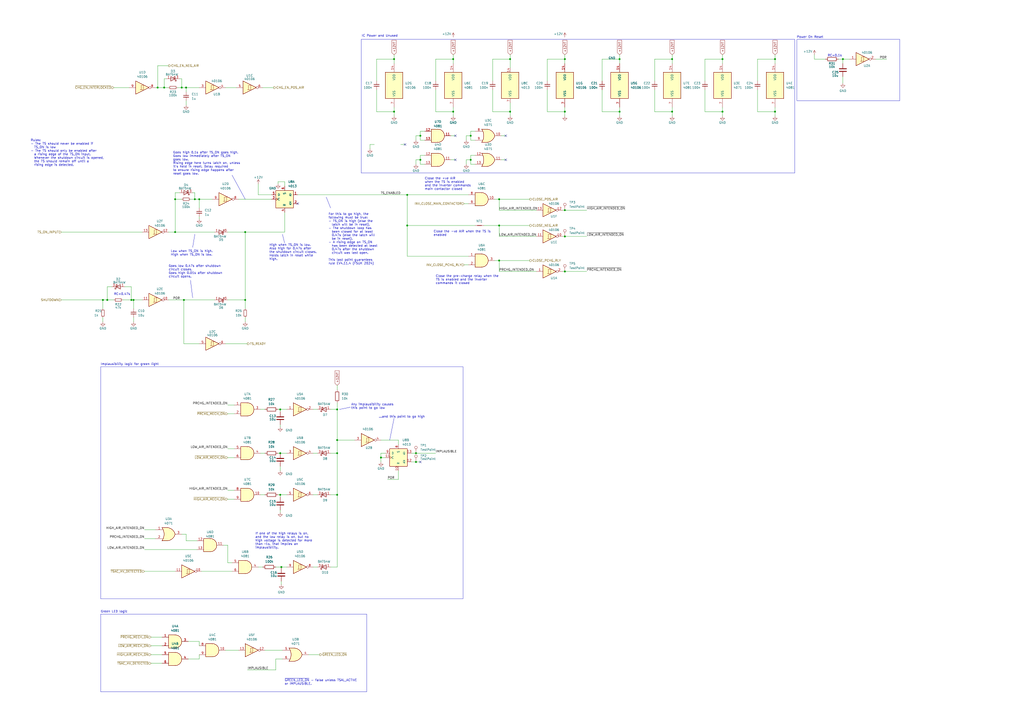
<source format=kicad_sch>
(kicad_sch (version 20231120) (generator "eeschema") (generator_version "8.0")
  (paper "A2")
  (title_block (title "TSAC Relay Controller") (date "2023-04-27") (rev "2.0.0") (company "SUFST - Southampton University Formula Student Team") (comment 1 "STAG 9") (comment 2 "Tim Brewis") (comment 3 "Max O'Brien, Marek Frodyma"))
  (junction (at 105.41 50.8))
  (junction (at 162.56 262.89))
  (junction (at 195.58 237.49))
  (junction (at 115.57 115.57))
  (junction (at 77.47 173.99))
  (junction (at 107.95 50.8))
  (junction (at 236.22 130.81))
  (junction (at 262.89 64.77))
  (junction (at 101.6 134.62))
  (junction (at 243.84 92.71))
  (junction (at 91.44 50.8))
  (junction (at 162.56 287.02))
  (junction (at 106.68 173.99))
  (junction (at 95.25 50.8))
  (junction (at 449.58 64.77))
  (junction (at 62.23 173.99))
  (junction (at 243.84 78.74))
  (junction (at 389.89 34.29))
  (junction (at 488.95 34.29))
  (junction (at 101.6 115.57))
  (junction (at 228.6 34.29))
  (junction (at 327.66 64.77))
  (junction (at 76.2 173.99))
  (junction (at 142.24 134.62))
  (junction (at 289.56 130.81))
  (junction (at 262.89 34.29))
  (junction (at 389.89 64.77))
  (junction (at 113.03 115.57))
  (junction (at 327.66 121.92))
  (junction (at 273.05 92.71))
  (junction (at 241.3 267.97))
  (junction (at 327.66 137.16))
  (junction (at 289.56 115.57))
  (junction (at 195.58 287.02))
  (junction (at 449.58 34.29))
  (junction (at 142.24 173.99))
  (junction (at 195.58 262.89))
  (junction (at 295.91 64.77))
  (junction (at 295.91 34.29))
  (junction (at 419.1 64.77))
  (junction (at 359.41 64.77))
  (junction (at 359.41 34.29))
  (junction (at 228.6 64.77))
  (junction (at 59.69 173.99))
  (junction (at 419.1 34.29))
  (junction (at 241.3 262.89))
  (junction (at 236.22 113.03))
  (junction (at 163.195 328.93))
  (junction (at 273.05 78.74))
  (junction (at 327.66 157.48))
  (junction (at 195.58 255.27))
  (junction (at 289.56 151.13))
  (junction (at 220.98 265.43))
  (junction (at 162.56 237.49))
  (junction (at 327.66 34.29))
  (no_connect (at 264.16 92.71))
  (no_connect (at 264.16 78.74))
  (no_connect (at 172.72 118.11))
  (no_connect (at 243.84 267.97))
  (no_connect (at 293.37 92.71))
  (no_connect (at 293.37 78.74))
  (no_connect (at 234.95 83.82))
  (wire (pts (xy 389.89 31.75) (xy 389.89 34.29)))
  (wire (pts (xy 132.08 289.56) (xy 135.89 289.56)))
  (wire (pts (xy 107.95 309.88) (xy 107.95 313.69)))
  (wire (pts (xy 449.58 34.29) (xy 449.58 36.83)))
  (wire (pts (xy 104.14 45.72) (xy 105.41 45.72)))
  (wire (pts (xy 273.05 78.74) (xy 273.05 81.28)))
  (wire (pts (xy 66.04 50.8) (xy 74.93 50.8)))
  (wire (pts (xy 231.14 278.13) (xy 224.79 278.13)))
  (wire (pts (xy 77.47 184.15) (xy 77.47 186.69)))
  (wire (pts (xy 132.08 234.95) (xy 135.89 234.95)))
  (wire (pts (xy 113.03 111.76) (xy 113.03 115.57)))
  (wire (pts (xy 87.63 374.65) (xy 93.98 374.65)))
  (wire (pts (xy 261.62 92.71) (xy 264.16 92.71)))
  (wire (pts (xy 289.56 157.48) (xy 311.15 157.48)))
  (wire (pts (xy 220.98 262.89) (xy 220.98 265.43)))
  (wire (pts (xy 130.81 199.39) (xy 143.51 199.39)))
  (wire (pts (xy 163.195 337.185) (xy 163.195 339.09)))
  (wire (pts (xy 97.79 134.62) (xy 101.6 134.62)))
  (wire (pts (xy 162.56 287.02) (xy 166.37 287.02)))
  (wire (pts (xy 163.195 328.93) (xy 163.195 329.565)))
  (wire (pts (xy 327.66 64.77) (xy 317.5 64.77)))
  (wire (pts (xy 111.76 111.76) (xy 113.03 111.76)))
  (wire (pts (xy 59.69 184.15) (xy 59.69 186.69)))
  (wire (pts (xy 142.24 173.99) (xy 142.24 179.07)))
  (wire (pts (xy 162.56 287.02) (xy 162.56 288.29)))
  (polyline (pts (xy 209.55 22.86) (xy 461.01 22.86)))
  (wire (pts (xy 181.61 237.49) (xy 184.15 237.49)))
  (wire (pts (xy 91.44 38.1) (xy 97.79 38.1)))
  (wire (pts (xy 289.56 137.16) (xy 311.15 137.16)))
  (wire (pts (xy 109.22 372.11) (xy 115.57 372.11)))
  (wire (pts (xy 232.41 83.82) (xy 234.95 83.82)))
  (wire (pts (xy 104.14 111.76) (xy 101.6 111.76)))
  (wire (pts (xy 508 34.29) (xy 514.35 34.29)))
  (wire (pts (xy 132.08 265.43) (xy 135.89 265.43)))
  (wire (pts (xy 161.29 287.02) (xy 162.56 287.02)))
  (wire (pts (xy 241.3 262.89) (xy 252.73 262.89)))
  (wire (pts (xy 408.94 34.29) (xy 419.1 34.29)))
  (wire (pts (xy 83.82 318.77) (xy 114.3 318.77)))
  (wire (pts (xy 273.05 92.71) (xy 273.05 95.25)))
  (wire (pts (xy 62.23 173.99) (xy 59.69 173.99)))
  (wire (pts (xy 191.77 328.93) (xy 195.58 328.93)))
  (wire (pts (xy 228.6 64.77) (xy 218.44 64.77)))
  (wire (pts (xy 289.56 115.57) (xy 287.02 115.57)))
  (wire (pts (xy 162.56 270.51) (xy 162.56 273.05)))
  (wire (pts (xy 228.6 62.23) (xy 228.6 64.77)))
  (wire (pts (xy 359.41 62.23) (xy 359.41 64.77)))
  (wire (pts (xy 289.56 151.13) (xy 307.34 151.13)))
  (wire (pts (xy 327.66 157.48) (xy 340.36 157.48)))
  (wire (pts (xy 162.56 295.91) (xy 162.56 297.18)))
  (wire (pts (xy 379.73 34.29) (xy 389.89 34.29)))
  (wire (pts (xy 132.08 326.39) (xy 134.62 326.39)))
  (wire (pts (xy 243.84 76.2) (xy 243.84 78.74)))
  (wire (pts (xy 115.57 379.73) (xy 115.57 382.27)))
  (polyline (pts (xy 209.55 22.86) (xy 209.55 100.33)))
  (wire (pts (xy 151.13 287.02) (xy 153.67 287.02)))
  (wire (pts (xy 195.58 287.02) (xy 195.58 328.93)))
  (wire (pts (xy 231.14 273.05) (xy 231.14 278.13)))
  (wire (pts (xy 289.56 130.81) (xy 307.34 130.81)))
  (wire (pts (xy 218.44 64.77) (xy 218.44 52.07)))
  (wire (pts (xy 165.1 123.19) (xy 165.1 134.62)))
  (wire (pts (xy 262.89 64.77) (xy 262.89 67.31)))
  (wire (pts (xy 379.73 46.99) (xy 379.73 34.29)))
  (wire (pts (xy 228.6 64.77) (xy 228.6 67.31)))
  (wire (pts (xy 142.24 134.62) (xy 142.24 173.99)))
  (wire (pts (xy 101.6 111.76) (xy 101.6 115.57)))
  (wire (pts (xy 252.73 46.99) (xy 252.73 34.29)))
  (wire (pts (xy 326.39 157.48) (xy 327.66 157.48)))
  (polyline (pts (xy 461.01 100.33) (xy 461.01 22.86)))
  (wire (pts (xy 214.63 86.36) (xy 214.63 83.82)))
  (wire (pts (xy 389.89 62.23) (xy 389.89 64.77)))
  (wire (pts (xy 83.82 312.42) (xy 90.17 312.42)))
  (wire (pts (xy 280.67 130.81) (xy 289.56 130.81)))
  (wire (pts (xy 160.02 328.93) (xy 163.195 328.93)))
  (wire (pts (xy 488.95 34.29) (xy 492.76 34.29)))
  (wire (pts (xy 160.02 382.27) (xy 160.02 388.62)))
  (wire (pts (xy 97.79 50.8) (xy 95.25 50.8)))
  (wire (pts (xy 113.03 115.57) (xy 110.49 115.57)))
  (wire (pts (xy 290.83 78.74) (xy 293.37 78.74)))
  (wire (pts (xy 349.25 64.77) (xy 349.25 52.07)))
  (wire (pts (xy 359.41 31.75) (xy 359.41 34.29)))
  (wire (pts (xy 115.57 199.39) (xy 106.68 199.39)))
  (polyline (pts (xy 134.62 101.6) (xy 142.24 115.57)))
  (wire (pts (xy 317.5 64.77) (xy 317.5 52.07)))
  (wire (pts (xy 123.19 115.57) (xy 115.57 115.57)))
  (wire (pts (xy 327.66 62.23) (xy 327.66 64.77)))
  (wire (pts (xy 106.68 199.39) (xy 106.68 173.99)))
  (wire (pts (xy 115.57 115.57) (xy 115.57 120.65)))
  (wire (pts (xy 327.66 31.75) (xy 327.66 34.29)))
  (wire (pts (xy 109.22 382.27) (xy 115.57 382.27)))
  (wire (pts (xy 129.54 316.23) (xy 132.08 316.23)))
  (wire (pts (xy 157.48 113.03) (xy 149.86 113.03)))
  (wire (pts (xy 488.95 34.29) (xy 488.95 36.83)))
  (wire (pts (xy 165.1 107.95) (xy 165.1 105.41)))
  (wire (pts (xy 289.56 115.57) (xy 307.34 115.57)))
  (wire (pts (xy 243.84 95.25) (xy 246.38 95.25)))
  (wire (pts (xy 472.44 34.29) (xy 478.79 34.29)))
  (wire (pts (xy 349.25 34.29) (xy 359.41 34.29)))
  (wire (pts (xy 151.13 262.89) (xy 153.67 262.89)))
  (wire (pts (xy 273.05 81.28) (xy 275.59 81.28)))
  (wire (pts (xy 241.3 81.28) (xy 241.3 78.74)))
  (wire (pts (xy 243.84 81.28) (xy 246.38 81.28)))
  (wire (pts (xy 449.58 64.77) (xy 449.58 67.31)))
  (wire (pts (xy 138.43 115.57) (xy 157.48 115.57)))
  (wire (pts (xy 262.89 31.75) (xy 262.89 34.29)))
  (wire (pts (xy 195.58 223.52) (xy 195.58 226.06)))
  (wire (pts (xy 87.63 379.73) (xy 93.98 379.73)))
  (wire (pts (xy 76.2 173.99) (xy 77.47 173.99)))
  (wire (pts (xy 243.84 90.17) (xy 246.38 90.17)))
  (wire (pts (xy 91.44 50.8) (xy 91.44 38.1)))
  (wire (pts (xy 273.05 76.2) (xy 273.05 78.74)))
  (wire (pts (xy 181.61 287.02) (xy 184.15 287.02)))
  (wire (pts (xy 439.42 64.77) (xy 439.42 52.07)))
  (wire (pts (xy 161.29 262.89) (xy 162.56 262.89)))
  (wire (pts (xy 181.61 328.93) (xy 184.15 328.93)))
  (wire (pts (xy 295.91 64.77) (xy 295.91 67.31)))
  (wire (pts (xy 262.89 62.23) (xy 262.89 64.77)))
  (wire (pts (xy 153.67 377.19) (xy 163.83 377.19)))
  (wire (pts (xy 179.07 379.73) (xy 185.42 379.73)))
  (wire (pts (xy 269.24 153.67) (xy 271.78 153.67)))
  (wire (pts (xy 162.56 246.38) (xy 162.56 247.65)))
  (wire (pts (xy 379.73 64.77) (xy 379.73 52.07)))
  (wire (pts (xy 83.82 331.47) (xy 101.6 331.47)))
  (wire (pts (xy 142.24 184.15) (xy 142.24 186.69)))
  (wire (pts (xy 289.56 121.92) (xy 311.15 121.92)))
  (wire (pts (xy 105.41 115.57) (xy 101.6 115.57)))
  (wire (pts (xy 35.56 134.62) (xy 82.55 134.62)))
  (wire (pts (xy 262.89 34.29) (xy 262.89 36.83)))
  (wire (pts (xy 87.63 384.81) (xy 93.98 384.81)))
  (wire (pts (xy 349.25 46.99) (xy 349.25 34.29)))
  (wire (pts (xy 236.22 113.03) (xy 236.22 130.81)))
  (wire (pts (xy 165.1 134.62) (xy 142.24 134.62)))
  (wire (pts (xy 327.66 64.77) (xy 327.66 67.31)))
  (wire (pts (xy 161.29 105.41) (xy 161.29 106.68)))
  (wire (pts (xy 327.66 121.92) (xy 340.36 121.92)))
  (wire (pts (xy 290.83 92.71) (xy 293.37 92.71)))
  (wire (pts (xy 295.91 34.29) (xy 295.91 39.37)))
  (wire (pts (xy 132.08 284.48) (xy 135.89 284.48)))
  (wire (pts (xy 287.02 151.13) (xy 289.56 151.13)))
  (wire (pts (xy 285.75 34.29) (xy 295.91 34.29)))
  (wire (pts (xy 132.08 316.23) (xy 132.08 326.39)))
  (polyline (pts (xy 165.1 140.97) (xy 163.83 135.89)))
  (wire (pts (xy 35.56 173.99) (xy 59.69 173.99)))
  (polyline (pts (xy 111.76 143.51) (xy 113.03 135.89)))
  (wire (pts (xy 116.84 331.47) (xy 134.62 331.47)))
  (wire (pts (xy 115.57 50.8) (xy 107.95 50.8)))
  (wire (pts (xy 181.61 262.89) (xy 184.15 262.89)))
  (wire (pts (xy 162.56 262.89) (xy 166.37 262.89)))
  (wire (pts (xy 228.6 31.75) (xy 228.6 34.29)))
  (polyline (pts (xy 191.77 120.65) (xy 189.23 114.3)))
  (wire (pts (xy 105.41 50.8) (xy 102.87 50.8)))
  (wire (pts (xy 191.77 287.02) (xy 195.58 287.02)))
  (wire (pts (xy 72.39 166.37) (xy 76.2 166.37)))
  (wire (pts (xy 106.68 173.99) (xy 124.46 173.99)))
  (wire (pts (xy 228.6 34.29) (xy 228.6 36.83)))
  (wire (pts (xy 243.84 76.2) (xy 246.38 76.2)))
  (wire (pts (xy 105.41 309.88) (xy 107.95 309.88)))
  (wire (pts (xy 137.16 50.8) (xy 130.81 50.8)))
  (wire (pts (xy 62.23 166.37) (xy 64.77 166.37)))
  (wire (pts (xy 132.08 173.99) (xy 142.24 173.99)))
  (wire (pts (xy 243.84 90.17) (xy 243.84 92.71)))
  (wire (pts (xy 389.89 34.29) (xy 389.89 36.83)))
  (wire (pts (xy 236.22 113.03) (xy 271.78 113.03)))
  (wire (pts (xy 77.47 173.99) (xy 82.55 173.99)))
  (wire (pts (xy 96.52 45.72) (xy 95.25 45.72)))
  (wire (pts (xy 107.95 50.8) (xy 105.41 50.8)))
  (wire (pts (xy 62.23 166.37) (xy 62.23 173.99)))
  (wire (pts (xy 77.47 173.99) (xy 77.47 179.07)))
  (wire (pts (xy 220.98 262.89) (xy 223.52 262.89)))
  (wire (pts (xy 488.95 44.45) (xy 488.95 48.26)))
  (wire (pts (xy 408.94 46.99) (xy 408.94 34.29)))
  (wire (pts (xy 218.44 34.29) (xy 228.6 34.29)))
  (wire (pts (xy 243.84 78.74) (xy 243.84 81.28)))
  (wire (pts (xy 295.91 64.77) (xy 285.75 64.77)))
  (wire (pts (xy 252.73 34.29) (xy 262.89 34.29)))
  (wire (pts (xy 419.1 62.23) (xy 419.1 64.77)))
  (wire (pts (xy 236.22 148.59) (xy 271.78 148.59)))
  (polyline (pts (xy 226.06 255.27) (xy 228.6 242.57)))
  (wire (pts (xy 359.41 64.77) (xy 349.25 64.77)))
  (wire (pts (xy 107.95 50.8) (xy 107.95 53.34)))
  (wire (pts (xy 270.51 78.74) (xy 273.05 78.74)))
  (wire (pts (xy 238.76 267.97) (xy 241.3 267.97)))
  (wire (pts (xy 270.51 92.71) (xy 273.05 92.71)))
  (wire (pts (xy 91.44 50.8) (xy 95.25 50.8)))
  (wire (pts (xy 359.41 34.29) (xy 359.41 36.83)))
  (wire (pts (xy 132.08 134.62) (xy 142.24 134.62)))
  (wire (pts (xy 285.75 64.77) (xy 285.75 52.07)))
  (wire (pts (xy 151.13 237.49) (xy 153.67 237.49)))
  (wire (pts (xy 195.58 255.27) (xy 195.58 262.89)))
  (wire (pts (xy 191.77 262.89) (xy 195.58 262.89)))
  (wire (pts (xy 62.23 173.99) (xy 66.04 173.99)))
  (wire (pts (xy 472.44 31.75) (xy 472.44 34.29)))
  (wire (pts (xy 285.75 46.99) (xy 285.75 34.29)))
  (wire (pts (xy 220.98 265.43) (xy 223.52 265.43)))
  (wire (pts (xy 289.56 137.16) (xy 289.56 130.81)))
  (wire (pts (xy 163.83 382.27) (xy 160.02 382.27)))
  (wire (pts (xy 419.1 31.75) (xy 419.1 34.29)))
  (wire (pts (xy 389.89 64.77) (xy 389.89 67.31)))
  (wire (pts (xy 317.5 34.29) (xy 327.66 34.29)))
  (wire (pts (xy 97.79 173.99) (xy 106.68 173.99)))
  (wire (pts (xy 195.58 262.89) (xy 195.58 287.02)))
  (wire (pts (xy 389.89 64.77) (xy 379.73 64.77)))
  (wire (pts (xy 163.195 328.93) (xy 166.37 328.93)))
  (wire (pts (xy 218.44 46.99) (xy 218.44 34.29)))
  (wire (pts (xy 236.22 130.81) (xy 236.22 148.59)))
  (wire (pts (xy 238.76 262.89) (xy 241.3 262.89)))
  (wire (pts (xy 59.69 173.99) (xy 59.69 179.07)))
  (wire (pts (xy 195.58 237.49) (xy 195.58 255.27)))
  (wire (pts (xy 162.56 237.49) (xy 166.37 237.49)))
  (wire (pts (xy 449.58 31.75) (xy 449.58 34.29)))
  (wire (pts (xy 83.82 307.34) (xy 90.17 307.34)))
  (wire (pts (xy 95.25 45.72) (xy 95.25 50.8)))
  (wire (pts (xy 243.84 92.71) (xy 243.84 95.25)))
  (wire (pts (xy 101.6 115.57) (xy 101.6 134.62)))
  (wire (pts (xy 439.42 46.99) (xy 439.42 34.29)))
  (polyline (pts (xy 111.76 172.72) (xy 110.49 162.56)))
  (wire (pts (xy 172.72 113.03) (xy 236.22 113.03)))
  (wire (pts (xy 419.1 64.77) (xy 419.1 67.31)))
  (wire (pts (xy 220.98 265.43) (xy 220.98 267.97)))
  (wire (pts (xy 449.58 62.23) (xy 449.58 64.77)))
  (wire (pts (xy 449.58 64.77) (xy 439.42 64.77)))
  (wire (pts (xy 262.89 64.77) (xy 252.73 64.77)))
  (wire (pts (xy 273.05 95.25) (xy 275.59 95.25)))
  (wire (pts (xy 214.63 83.82) (xy 217.17 83.82)))
  (wire (pts (xy 252.73 64.77) (xy 252.73 52.07)))
  (wire (pts (xy 115.57 125.73) (xy 115.57 127)))
  (wire (pts (xy 289.56 115.57) (xy 289.56 121.92)))
  (wire (pts (xy 295.91 59.69) (xy 295.91 64.77)))
  (wire (pts (xy 317.5 46.99) (xy 317.5 34.29)))
  (wire (pts (xy 408.94 64.77) (xy 408.94 52.07)))
  (wire (pts (xy 132.08 240.03) (xy 135.89 240.03)))
  (wire (pts (xy 243.84 267.97) (xy 241.3 267.97)))
  (wire (pts (xy 101.6 134.62) (xy 124.46 134.62)))
  (wire (pts (xy 359.41 64.77) (xy 359.41 67.31)))
  (wire (pts (xy 327.66 137.16) (xy 340.36 137.16)))
  (wire (pts (xy 71.12 173.99) (xy 76.2 173.99)))
  (wire (pts (xy 486.41 34.29) (xy 488.95 34.29)))
  (wire (pts (xy 87.63 369.57) (xy 93.98 369.57)))
  (wire (pts (xy 295.91 31.75) (xy 295.91 34.29)))
  (polyline (pts (xy 209.55 100.33) (xy 461.01 100.33)))
  (wire (pts (xy 132.08 260.35) (xy 135.89 260.35)))
  (wire (pts (xy 241.3 92.71) (xy 243.84 92.71)))
  (wire (pts (xy 90.17 50.8) (xy 91.44 50.8)))
  (wire (pts (xy 220.98 255.27) (xy 231.14 255.27)))
  (wire (pts (xy 327.66 34.29) (xy 327.66 36.83)))
  (wire (pts (xy 439.42 34.29) (xy 449.58 34.29)))
  (wire (pts (xy 261.62 78.74) (xy 264.16 78.74)))
  (wire (pts (xy 161.29 237.49) (xy 162.56 237.49)))
  (polyline (pts (xy 196.85 237.49) (xy 203.2 236.22)))
  (wire (pts (xy 236.22 130.81) (xy 275.59 130.81)))
  (wire (pts (xy 419.1 64.77) (xy 408.94 64.77)))
  (wire (pts (xy 273.05 90.17) (xy 275.59 90.17)))
  (wire (pts (xy 149.86 328.93) (xy 152.4 328.93)))
  (wire (pts (xy 241.3 78.74) (xy 243.84 78.74)))
  (wire (pts (xy 289.56 151.13) (xy 289.56 157.48)))
  (wire (pts (xy 149.86 106.68) (xy 149.86 113.03)))
  (wire (pts (xy 162.56 237.49) (xy 162.56 238.76)))
  (wire (pts (xy 241.3 95.25) (xy 241.3 92.71)))
  (wire (pts (xy 327.66 137.16) (xy 326.39 137.16)))
  (wire (pts (xy 195.58 233.68) (xy 195.58 237.49)))
  (wire (pts (xy 270.51 95.25) (xy 270.51 92.71)))
  (wire (pts (xy 231.14 255.27) (xy 231.14 257.81)))
  (wire (pts (xy 326.39 121.92) (xy 327.66 121.92)))
  (wire (pts (xy 270.51 81.28) (xy 270.51 78.74)))
  (wire (pts (xy 76.2 166.37) (xy 76.2 173.99)))
  (wire (pts (xy 143.51 388.62) (xy 160.02 388.62)))
  (wire (pts (xy 273.05 90.17) (xy 273.05 92.71)))
  (wire (pts (xy 152.4 50.8) (xy 158.75 50.8)))
  (wire (pts (xy 273.05 76.2) (xy 275.59 76.2)))
  (wire (pts (xy 269.24 118.11) (xy 271.78 118.11)))
  (wire (pts (xy 105.41 45.72) (xy 105.41 50.8)))
  (wire (pts (xy 191.77 237.49) (xy 195.58 237.49)))
  (wire (pts (xy 107.95 313.69) (xy 114.3 313.69)))
  (wire (pts (xy 419.1 34.29) (xy 419.1 36.83)))
  (wire (pts (xy 115.57 372.11) (xy 115.57 374.65)))
  (wire (pts (xy 130.81 377.19) (xy 138.43 377.19)))
  (wire (pts (xy 107.95 58.42) (xy 107.95 60.96)))
  (wire (pts (xy 165.1 105.41) (xy 161.29 105.41)))
  (wire (pts (xy 195.58 255.27) (xy 205.74 255.27)))
  (wire (pts (xy 115.57 115.57) (xy 113.03 115.57)))
  (rectangle (start 462.28 22.86) (end 521.97 58.42))
  (rectangle (start 58.42 356.235) (end 212.725 401.32))
  (rectangle (start 58.42 212.725) (end 268.605 347.345))
  (text "~{GREEN_LED_ON} - false unless TSAL_ACTIVE\nor IMPLAUSIBLE." (at 165.1 397.51 0) (effects (font (size 1.27 1.27)) (justify left bottom)))
  (text "Any implausibility causes\nthis point to go low" (at 203.708 237.49 0) (effects (font (size 1.27 1.27)) (justify left bottom)))
  (text "RC=0.47s" (at 66.04 171.45 0) (effects (font (size 1.27 1.27)) (justify left bottom)))
  (text "Close the +ve AIR\nwhen the TS is enabled\nand the inverter commands\nmain contactor closed\n" (at 246.38 110.49 0) (effects (font (size 1.27 1.27)) (justify left bottom)))
  (text "High when TS_ON is low.\nAlso high for 0.47s after\nthe shutdown circuit closes.\nHolds latch in reset while\nhigh." (at 156.21 151.13 0) (effects (font (size 1.27 1.27)) (justify left bottom)))
  (text "If one of the high relays is on,\nand the low relay is on, but no\nhigh voltage is detected for more\nthan ~1s, that implies an \nimplausibility." (at 148.082 318.516 0) (effects (font (size 1.27 1.27)) (justify left bottom)))
  (text "Goes high 0.1s after TS_ON goes high.\nGoes low immediately after TS_ON\ngoes low.\nRising edge here turns latch on, unless\nit's held in reset. Delay required\nto ensure rising edge happens after\nreset goes low." (at 100.33 101.6 0) (effects (font (size 1.27 1.27)) (justify left bottom)))
  (text "Green LED logic" (at 58.42 355.6 0) (effects (font (size 1.27 1.27)) (justify left bottom)))
  (text "IC Power and Unused" (at 209.804 21.59 0) (effects (font (size 1.27 1.27)) (justify left bottom)))
  (text "Low when TS_ON is high.\nHigh when TS_ON is low." (at 99.06 148.59 0) (effects (font (size 1.27 1.27)) (justify left bottom)))
  (text "RC=0.1s" (at 480.06 33.02 0) (effects (font (size 1.27 1.27)) (justify left bottom)))
  (text "Close the -ve AIR when the TS is\nenabled" (at 251.46 137.16 0) (effects (font (size 1.27 1.27)) (justify left bottom)))
  (text "For this to go high, the\nfollowing must be true:\n- TS_ON is high (else the\n  latch will be in reset).\n- The shutdown loop has\n  been closed for at least\n  0.47s (else the latch will\n  be in reset).\n- A rising edge on TS_ON\n  has been detected at least\n  0.47s after the shutdown\n  circuit was last open.\n\nThis last point guarantees\nrule EV4.11.4 (FSUK 2024)\n" (at 190.5 153.67 0) (effects (font (size 1.27 1.27)) (justify left bottom)))
  (text "Power On Reset\n" (at 469.9 21.59 0) (effects (font (size 1.27 1.27))))
  (text "...and this point to go high" (at 219.71 242.57 0) (effects (font (size 1.27 1.27)) (justify left bottom)))
  (text "Rules:\n- The TS should never be enabled if\n  TS_ON is low\n- The TS should only be enabled after\n  a rising edge of the TS_ON input.\n  Whenever the shutdown circuit is opened,\n  the TS should remain off until a\n  rising edge is detected." (at 17.78 96.52 0) (effects (font (size 1.27 1.27)) (justify left bottom)))
  (text "Close the pre-charge relay when the \nTS is enabled and the inverter \ncommands it closed" (at 252.73 165.1 0) (effects (font (size 1.27 1.27)) (justify left bottom)))
  (text "Goes low 0.47s after shutdown\ncircuit closes.\nGoes high 0.01s after shutdown\ncircuit opens." (at 97.79 161.29 0) (effects (font (size 1.27 1.27)) (justify left bottom)))
  (text "Implausibility logic for green light" (at 58.42 212.09 0) (effects (font (size 1.27 1.27)) (justify left bottom)))
  (label "LOW_AIR_INTENDED_ON" (at 132.08 260.35 180))
  (label "PRCHG_INTENDED_ON" (at 289.56 157.48 0))
  (label "HIGH_AIR_INTENDED_ON" (at 289.56 121.92 0))
  (label "IMPLAUSIBLE" (at 252.73 262.89 0))
  (label "~{LOW_AIR_INTENDED_ON}" (at 340.36 137.16 0))
  (label "HIGH_AIR_INTENDED_ON" (at 132.08 284.48 180))
  (label "LOW_AIR_INTENDED_ON" (at 289.56 137.16 0))
  (label "POR" (at 514.35 34.29 180))
  (label "POR" (at 224.79 278.13 0))
  (label "PRCHG_INTENDED_ON" (at 132.08 234.95 180))
  (label "POR" (at 100.33 173.99 0))
  (label "LOW_AIR_INTENDED_ON" (at 83.82 318.77 180))
  (label "PRCHG_INTENDED_ON" (at 83.82 312.42 180))
  (label "~{PRCHG_INTENDED_ON}" (at 340.36 157.48 0))
  (label "HIGH_AIR_INTENDED_ON" (at 83.82 307.34 180))
  (label "TS_ENABLED" (at 232.41 113.03 180))
  (label "IMPLAUSIBLE" (at 143.51 388.62 0))
  (label "~{HIGH_AIR_INTENDED_ON}" (at 340.36 121.92 0))
  (global_label "+12VT" (shape input) (at 327.66 31.75 90) (property "Intersheetrefs" "${INTERSHEET_REFS}" (effects (hide yes))))
  (global_label "+12VT" (shape input) (at 295.91 31.75 90) (property "Intersheetrefs" "${INTERSHEET_REFS}" (effects (hide yes))))
  (global_label "+12VT" (shape input) (at 449.58 31.75 90) (property "Intersheetrefs" "${INTERSHEET_REFS}" (effects (hide yes))))
  (global_label "+12VT" (shape input) (at 262.89 31.75 90) (property "Intersheetrefs" "${INTERSHEET_REFS}" (effects (hide yes))))
  (global_label "+12VT" (shape input) (at 359.41 31.75 90) (property "Intersheetrefs" "${INTERSHEET_REFS}" (effects (hide yes))))
  (global_label "+12VT" (shape input) (at 228.6 31.75 90) (property "Intersheetrefs" "${INTERSHEET_REFS}" (effects (hide yes))))
  (global_label "+12VT" (shape input) (at 389.89 31.75 90) (property "Intersheetrefs" "${INTERSHEET_REFS}" (effects (hide yes))))
  (global_label "+12VT" (shape input) (at 419.1 31.75 90) (property "Intersheetrefs" "${INTERSHEET_REFS}" (effects (hide yes))))
  (global_label "+12VT" (shape input) (at 195.58 223.52 90) (property "Intersheetrefs" "${INTERSHEET_REFS}" (effects (hide yes))))
  (hierarchical_label "CLOSE_POS_AIR" (shape output) (at 307.34 115.57 0))
  (hierarchical_label "INV_CLOSE_MAIN_CONTACTOR" (shape input) (at 269.24 118.11 180))
  (hierarchical_label "CHG_EN_NEG_AIR" (shape output) (at 97.79 38.1 0))
  (hierarchical_label "~{PRCHG_MECH_ON}" (shape input) (at 87.63 369.57 180))
  (hierarchical_label "~{LOW_AIR_MECH_ON}" (shape input) (at 132.08 265.43 180))
  (hierarchical_label "CLOSE_NEG_AIR" (shape output) (at 307.34 130.81 0))
  (hierarchical_label "~{HIGH_AIR_MECH_ON}" (shape input) (at 132.08 289.56 180))
  (hierarchical_label "~{HIGH_AIR_MECH_ON}" (shape input) (at 87.63 379.73 180))
  (hierarchical_label "~{TSAC_HV_DETECTED}" (shape input) (at 87.63 384.81 180))
  (hierarchical_label "~{LOW_AIR_MECH_ON}" (shape input) (at 87.63 374.65 180))
  (hierarchical_label "~{GREEN_LED_ON}" (shape output) (at 185.42 379.73 0))
  (hierarchical_label "TS_ON_INPUT" (shape input) (at 35.56 134.62 180))
  (hierarchical_label "INV_CLOSE_PCHG_RLY" (shape input) (at 269.24 153.67 180))
  (hierarchical_label "~{PRCHG_MECH_ON}" (shape input) (at 132.08 240.03 180))
  (hierarchical_label "TS_READY" (shape output) (at 143.51 199.39 0))
  (hierarchical_label "~{TSAC_HV_DETECTED}" (shape input) (at 83.82 331.47 180))
  (hierarchical_label "CLOSE_PCHG_RLY" (shape output) (at 307.34 151.13 0))
  (hierarchical_label "~{CHG_EN_INTERLOCKED}" (shape input) (at 66.04 50.8 180))
  (hierarchical_label "CHG_EN_POS_AIR" (shape output) (at 158.75 50.8 0))
  (hierarchical_label "SHUTDOWN" (shape input) (at 35.56 173.99 180))
  (symbol (lib_id "power:GND") (at 270.51 81.28 0) (unit 1)
    (property "Reference" "#PWR038" (effects (hide yes)))
    (property "Value" "GND" (at 270.51 85.09 0))
  )
  (symbol (lib_id "4xxx:4081") (at 101.6 372.11 0) (unit 1)
    (property "Reference" "U4" (at 101.5917 363.22 0))
    (property "Value" "4081" (at 101.5917 365.76 0))
    (property "Footprint" "Package_SO:SOIC-14_3.9x8.7mm_P1.27mm" (effects (hide yes)))
    (property "Datasheet" "http://www.intersil.com/content/dam/Intersil/documents/cd40/cd4073bms-81bms-82bms.pdf" (effects (hide yes)))
    (property "Description" "Quad And 2 inputs" (effects (hide yes)))
  )
  (symbol (lib_id "Device:C_Small") (at 252.73 49.53 0) (mirror x) (unit 1)
    (property "Reference" "C18" (at 250.19 48.2535 0) (effects (justify right)))
    (property "Value" "100n" (at 250.19 50.7935 0) (effects (justify right)))
    (property "Footprint" "Capacitor_SMD:C_0805_2012Metric_Pad1.18x1.45mm_HandSolder" (effects (hide yes)))
  )
  (symbol (lib_id "4xxx:40106") (at 359.41 49.53 0) (unit 7)
    (property "Reference" "U5" (at 365.76 48.2599 0) (effects (justify left)))
    (property "Value" "40106" (at 365.76 50.7999 0) (effects (justify left)))
    (property "Footprint" "Package_SO:SOIC-14_3.9x8.7mm_P1.27mm" (effects (hide yes)))
    (property "Datasheet" "https://assets.nexperia.com/documents/data-sheet/HEF40106B.pdf" (effects (hide yes)))
    (property "Description" "Hex Schmitt trigger inverter" (effects (hide yes)))
  )
  (symbol (lib_id "power:+12V") (at 472.44 31.75 0) (unit 1)
    (property "Reference" "#PWR046" (effects (hide yes)))
    (property "Value" "+12V" (at 468.63 29.845 0))
  )
  (symbol (lib_id "4xxx:4081") (at 101.6 382.27 0) (unit 2)
    (property "Reference" "U4" (at 101.5917 373.38 0))
    (property "Value" "4081" (at 101.5917 375.92 0))
    (property "Footprint" "Package_SO:SOIC-14_3.9x8.7mm_P1.27mm" (effects (hide yes)))
    (property "Datasheet" "http://www.intersil.com/content/dam/Intersil/documents/cd40/cd4073bms-81bms-82bms.pdf" (effects (hide yes)))
    (property "Description" "Quad And 2 inputs" (effects (hide yes)))
  )
  (symbol (lib_id "Device:C_Small") (at 107.95 55.88 0) (unit 1)
    (property "Reference" "C11" (at 111.125 54.6163 0) (effects (justify left)))
    (property "Value" "1u" (at 111.125 57.1563 0) (effects (justify left)))
    (property "Footprint" "Capacitor_SMD:C_0805_2012Metric_Pad1.18x1.45mm_HandSolder" (effects (hide yes)))
  )
  (symbol (lib_id "4xxx:40106") (at 90.17 134.62 0) (unit 6)
    (property "Reference" "U2" (at 92.71 128.27 0))
    (property "Value" "40106" (at 92.71 130.81 0))
    (property "Footprint" "Package_SO:SOIC-14_3.9x8.7mm_P1.27mm" (effects (hide yes)))
    (property "Datasheet" "https://assets.nexperia.com/documents/data-sheet/HEF40106B.pdf" (effects (hide yes)))
    (property "Order Code" "771-HEF40106BTD-T" (effects (hide yes)))
    (property "Supplier" "Mouser" (effects (hide yes)))
  )
  (symbol (lib_id "4xxx:4071") (at 171.45 379.73 0) (unit 2)
    (property "Reference" "U3" (at 171.45 370.84 0))
    (property "Value" "4071" (at 171.45 373.38 0))
    (property "Footprint" "Package_SO:SOIC-14_3.9x8.7mm_P1.27mm" (effects (hide yes)))
    (property "Datasheet" "http://www.intersil.com/content/dam/Intersil/documents/cd40/cd4071bms-72bms-75bms.pdf" (effects (hide yes)))
    (property "Description" "Quad Or 2 inputs" (effects (hide yes)))
  )
  (symbol (lib_id "4xxx:40106") (at 109.22 331.47 0) (unit 5)
    (property "Reference" "U5" (at 109.22 322.58 0))
    (property "Value" "40106" (at 109.22 325.12 0))
    (property "Footprint" "Package_SO:SOIC-14_3.9x8.7mm_P1.27mm" (effects (hide yes)))
    (property "Datasheet" "https://assets.nexperia.com/documents/data-sheet/HEF40106B.pdf" (effects (hide yes)))
    (property "Description" "Hex Schmitt trigger inverter" (effects (hide yes)))
  )
  (symbol (lib_id "Diode:BAT54W") (at 187.96 287.02 0) (mirror x) (unit 1)
    (property "Reference" "D9" (at 188.595 290.195 0))
    (property "Value" "BAT54W" (at 187.96 283.845 0))
    (property "Footprint" "Package_TO_SOT_SMD:SOT-323_SC-70" (effects (hide yes)))
    (property "Datasheet" "https://assets.nexperia.com/documents/data-sheet/BAT54W_SER.pdf" (effects (hide yes)))
    (property "Order Code" "771-BAT54W-T/R" (effects (hide yes)))
  )
  (symbol (lib_id "Device:R_Small") (at 142.24 181.61 0) (unit 1)
    (property "Reference" "R25" (at 138.43 180.34 0))
    (property "Value" "10k" (at 138.43 182.88 0))
    (property "Footprint" "Resistor_SMD:R_0805_2012Metric_Pad1.20x1.40mm_HandSolder" (effects (hide yes)))
  )
  (symbol (lib_id "power:GND") (at 162.56 273.05 0) (unit 1)
    (property "Reference" "#PWR029" (effects (hide yes)))
    (property "Value" "GND" (at 167.64 274.955 0))
  )
  (symbol (lib_id "4xxx:40106") (at 90.17 173.99 0) (unit 5)
    (property "Reference" "U2" (at 92.71 167.64 0))
    (property "Value" "40106" (at 92.71 170.18 0))
    (property "Footprint" "Package_SO:SOIC-14_3.9x8.7mm_P1.27mm" (effects (hide yes)))
    (property "Datasheet" "https://assets.nexperia.com/documents/data-sheet/HEF40106B.pdf" (effects (hide yes)))
    (property "Order Code" "771-HEF40106BTD-T" (effects (hide yes)))
    (property "Supplier" "Mouser" (effects (hide yes)))
  )
  (symbol (lib_id "Device:C") (at 162.56 292.1 0) (unit 1)
    (property "Reference" "C15" (at 156.21 290.83 0) (effects (justify left)))
    (property "Value" "10u" (at 156.21 292.735 0) (effects (justify left)))
    (property "Footprint" "Capacitor_SMD:C_0805_2012Metric_Pad1.18x1.45mm_HandSolder" (effects (hide yes)))
  )
  (symbol (lib_id "4xxx:4081") (at 254 92.71 0) (unit 4)
    (property "Reference" "U4" (at 253.9917 83.82 0))
    (property "Value" "4081" (at 253.9917 86.36 0))
    (property "Footprint" "Package_SO:SOIC-14_3.9x8.7mm_P1.27mm" (effects (hide yes)))
    (property "Datasheet" "http://www.intersil.com/content/dam/Intersil/documents/cd40/cd4073bms-81bms-82bms.pdf" (effects (hide yes)))
    (property "Description" "Quad And 2 inputs" (effects (hide yes)))
  )
  (symbol (lib_id "4xxx:4081") (at 449.58 49.53 0) (unit 5)
    (property "Reference" "U4" (at 455.93 48.2599 0) (effects (justify left)))
    (property "Value" "4081" (at 455.93 50.7999 0) (effects (justify left)))
    (property "Footprint" "Package_SO:SOIC-14_3.9x8.7mm_P1.27mm" (effects (hide yes)))
    (property "Datasheet" "http://www.intersil.com/content/dam/Intersil/documents/cd40/cd4073bms-81bms-82bms.pdf" (effects (hide yes)))
    (property "Description" "Quad And 2 inputs" (effects (hide yes)))
  )
  (symbol (lib_id "4xxx:40106") (at 130.81 115.57 0) (unit 4)
    (property "Reference" "U2" (at 130.81 106.68 0))
    (property "Value" "40106" (at 130.81 109.22 0))
    (property "Footprint" "Package_SO:SOIC-14_3.9x8.7mm_P1.27mm" (effects (hide yes)))
    (property "Datasheet" "https://assets.nexperia.com/documents/data-sheet/HEF40106B.pdf" (effects (hide yes)))
    (property "Order Code" "771-HEF40106BTD-T" (effects (hide yes)))
    (property "Supplier" "Mouser" (effects (hide yes)))
  )
  (symbol (lib_id "4xxx:40106") (at 228.6 49.53 0) (unit 7)
    (property "Reference" "U2" (at 234.95 48.2599 0) (effects (justify left)))
    (property "Value" "40106" (at 234.95 50.7999 0) (effects (justify left)))
    (property "Footprint" "Package_SO:SOIC-14_3.9x8.7mm_P1.27mm" (effects (hide yes)))
    (property "Datasheet" "https://assets.nexperia.com/documents/data-sheet/HEF40106B.pdf" (effects (hide yes)))
    (property "Order Code" "771-HEF40106BTD-T" (effects (hide yes)))
    (property "Supplier" "Mouser" (effects (hide yes)))
  )
  (symbol (lib_id "4xxx:4013") (at 295.91 49.53 0) (unit 3)
    (property "Reference" "U8" (at 302.26 48.2599 0) (effects (justify left)))
    (property "Value" "4013" (at 302.26 50.7999 0) (effects (justify left)))
    (property "Footprint" "Package_SO:SOIC-14_3.9x8.7mm_P1.27mm" (effects (hide yes)))
    (property "Datasheet" "http://www.onsemi.com/pub/Collateral/MC14013B-D.PDF" (effects (hide yes)))
    (property "Order Code" "863-MC14013BDR2G" (effects (hide yes)))
    (property "Supplier" "Mouser" (effects (hide yes)))
  )
  (symbol (lib_id "Device:R") (at 195.58 229.87 180) (unit 1)
    (property "Reference" "R30" (at 198.12 228.5999 0) (effects (justify right)))
    (property "Value" "10k" (at 198.12 231.1399 0) (effects (justify right)))
    (property "Footprint" "Resistor_SMD:R_0805_2012Metric_Pad1.20x1.40mm_HandSolder" (effects (hide yes)))
  )
  (symbol (lib_id "Connector:TestPoint") (at 327.66 121.92 0) (unit 1)
    (property "Reference" "TP3" (at 330.2 117.3479 0) (effects (justify left)))
    (property "Value" "TestPoint" (at 330.2 119.8879 0) (effects (justify left)))
    (property "Footprint" "TestPoint:TestPoint_Pad_D1.5mm" (effects (hide yes)))
    (property "Description" "test point" (effects (hide yes)))
  )
  (symbol (lib_id "power:GND") (at 162.56 297.18 0) (unit 1)
    (property "Reference" "#PWR030" (effects (hide yes)))
    (property "Value" "GND" (at 167.64 299.085 0))
  )
  (symbol (lib_id "Connector:TestPoint") (at 241.3 267.97 0) (unit 1)
    (property "Reference" "TP2" (at 243.84 264.414 0) (effects (justify left)))
    (property "Value" "TestPoint" (at 243.84 266.192 0) (effects (justify left)))
    (property "Footprint" "TestPoint:TestPoint_Pad_D1.5mm" (effects (hide yes)))
    (property "Description" "test point" (effects (hide yes)))
  )
  (symbol (lib_id "Device:C_Small") (at 115.57 123.19 0) (unit 1)
    (property "Reference" "C12" (at 118.745 121.9263 0) (effects (justify left)))
    (property "Value" "1u" (at 118.745 124.4663 0) (effects (justify left)))
    (property "Footprint" "Capacitor_SMD:C_0805_2012Metric_Pad1.18x1.45mm_HandSolder" (effects (hide yes)))
  )
  (symbol (lib_id "4xxx:4081") (at 279.4 115.57 0) (unit 3)
    (property "Reference" "U6" (at 279.4 106.68 0))
    (property "Value" "4081" (at 279.4 109.22 0))
    (property "Footprint" "Package_SO:SOIC-14_3.9x8.7mm_P1.27mm" (effects (hide yes)))
    (property "Datasheet" "http://www.intersil.com/content/dam/Intersil/documents/cd40/cd4073bms-81bms-82bms.pdf" (effects (hide yes)))
    (property "Order Code" "595-CD4081BM96G4" (effects (hide yes)))
    (property "Supplier" "Mouser" (effects (hide yes)))
  )
  (symbol (lib_id "power:GND") (at 162.56 247.65 0) (unit 1)
    (property "Reference" "#PWR028" (effects (hide yes)))
    (property "Value" "GND" (at 167.64 249.555 0))
  )
  (symbol (lib_id "Device:C_Small") (at 317.5 49.53 0) (mirror x) (unit 1)
    (property "Reference" "C20" (at 314.96 48.2535 0) (effects (justify right)))
    (property "Value" "100n" (at 314.96 50.7935 0) (effects (justify right)))
    (property "Footprint" "Capacitor_SMD:C_0805_2012Metric_Pad1.18x1.45mm_HandSolder" (effects (hide yes)))
  )
  (symbol (lib_id "Device:R") (at 482.6 34.29 270) (unit 1)
    (property "Reference" "R31" (at 482.6 36.83 90))
    (property "Value" "10k" (at 482.6 38.735 90))
    (property "Footprint" "Resistor_SMD:R_0805_2012Metric_Pad1.20x1.40mm_HandSolder" (effects (hide yes)))
  )
  (symbol (lib_id "power:+12V") (at 149.86 106.68 0) (unit 1)
    (property "Reference" "#PWR026" (effects (hide yes)))
    (property "Value" "+12V" (at 149.86 102.87 0))
  )
  (symbol (lib_id "Device:R_Small") (at 100.33 50.8 270) (unit 1)
    (property "Reference" "R23" (at 100.33 53.34 90))
    (property "Value" "100k" (at 100.33 55.245 90))
    (property "Footprint" "Resistor_SMD:R_0805_2012Metric_Pad1.20x1.40mm_HandSolder" (effects (hide yes)))
  )
  (symbol (lib_id "4xxx:40106") (at 213.36 255.27 0) (unit 2)
    (property "Reference" "U2" (at 213.995 259.715 0))
    (property "Value" "40106" (at 213.36 248.92 0))
    (property "Footprint" "Package_SO:SOIC-14_3.9x8.7mm_P1.27mm" (effects (hide yes)))
    (property "Datasheet" "https://assets.nexperia.com/documents/data-sheet/HEF40106B.pdf" (effects (hide yes)))
    (property "Order Code" "771-HEF40106BTD-T" (effects (hide yes)))
    (property "Supplier" "Mouser" (effects (hide yes)))
  )
  (symbol (lib_id "power:GND") (at 115.57 127 0) (unit 1)
    (property "Reference" "#PWR024" (effects (hide yes)))
    (property "Value" "GND" (at 115.57 130.81 0))
  )
  (symbol (lib_id "power:GND") (at 270.51 95.25 0) (unit 1)
    (property "Reference" "#PWR039" (effects (hide yes)))
    (property "Value" "GND" (at 270.51 99.06 0))
  )
  (symbol (lib_id "4xxx:4081") (at 121.92 316.23 0) (unit 4)
    (property "Reference" "U6" (at 121.92 308.61 0))
    (property "Value" "4081" (at 121.92 311.15 0))
    (property "Footprint" "Package_SO:SOIC-14_3.9x8.7mm_P1.27mm" (effects (hide yes)))
    (property "Datasheet" "http://www.intersil.com/content/dam/Intersil/documents/cd40/cd4073bms-81bms-82bms.pdf" (effects (hide yes)))
    (property "Order Code" "595-CD4081BM96G4" (effects (hide yes)))
    (property "Supplier" "Mouser" (effects (hide yes)))
  )
  (symbol (lib_id "power:+12V") (at 262.89 21.59 0) (unit 1)
    (property "Reference" "#PWR058" (effects (hide yes)))
    (property "Value" "+12V" (at 259.08 19.685 0))
  )
  (symbol (lib_id "4xxx:40106") (at 144.78 50.8 0) (unit 3)
    (property "Reference" "U1" (at 144.78 43.815 0))
    (property "Value" "40106" (at 144.78 45.7986 0))
    (property "Footprint" "Package_SO:SOIC-14_3.9x8.7mm_P1.27mm" (effects (hide yes)))
    (property "Datasheet" "https://assets.nexperia.com/documents/data-sheet/HEF40106B.pdf" (effects (hide yes)))
    (property "Order Code" "771-HEF40106BTD-T" (effects (hide yes)))
    (property "Supplier" "Mouser" (effects (hide yes)))
  )
  (symbol (lib_id "Connector:TestPoint") (at 241.3 262.89 0) (unit 1)
    (property "Reference" "TP1" (at 243.84 258.3179 0) (effects (justify left)))
    (property "Value" "TestPoint" (at 243.84 260.8579 0) (effects (justify left)))
    (property "Footprint" "TestPoint:TestPoint_Pad_D1.5mm" (effects (hide yes)))
    (property "Description" "test point" (effects (hide yes)))
  )
  (symbol (lib_id "power:GND") (at 389.89 67.31 0) (unit 1)
    (property "Reference" "#PWR043" (effects (hide yes)))
    (property "Value" "GND" (at 389.89 71.12 0))
  )
  (symbol (lib_id "power:GND") (at 228.6 67.31 0) (unit 1)
    (property "Reference" "#PWR034" (effects (hide yes)))
    (property "Value" "GND" (at 228.6 71.12 0))
  )
  (symbol (lib_id "Device:C") (at 488.95 40.64 0) (unit 1)
    (property "Reference" "C25" (at 482.6 41.91 0) (effects (justify left)))
    (property "Value" "10u" (at 482.6 43.815 0) (effects (justify left)))
    (property "Footprint" "Capacitor_SMD:C_0805_2012Metric_Pad1.18x1.45mm_HandSolder" (effects (hide yes)))
  )
  (symbol (lib_id "Device:R_Small") (at 107.95 115.57 270) (unit 1)
    (property "Reference" "R24" (at 107.95 118.11 90))
    (property "Value" "100k" (at 107.95 120.015 90))
    (property "Footprint" "Resistor_SMD:R_0805_2012Metric_Pad1.20x1.40mm_HandSolder" (effects (hide yes)))
  )
  (symbol (lib_id "power:GND") (at 262.89 67.31 0) (unit 1)
    (property "Reference" "#PWR037" (effects (hide yes)))
    (property "Value" "GND" (at 262.89 71.12 0))
  )
  (symbol (lib_id "Diode:BAT54W") (at 68.58 166.37 0) (mirror x) (unit 1)
    (property "Reference" "D2" (at 68.58 161.925 0))
    (property "Value" "BAT54W" (at 69.215 163.83 0))
    (property "Footprint" "Package_TO_SOT_SMD:SOT-323_SC-70" (effects (hide yes)))
    (property "Datasheet" "https://assets.nexperia.com/documents/data-sheet/BAT54W_SER.pdf" (effects (hide yes)))
    (property "Order Code" "771-BAT54W-T/R" (effects (hide yes)))
    (property "Supplier" "Mouser" (effects (hide yes)))
  )
  (symbol (lib_id "power:GND") (at 241.3 81.28 0) (unit 1)
    (property "Reference" "#PWR035" (effects (hide yes)))
    (property "Value" "GND" (at 241.3 85.09 0))
  )
  (symbol (lib_id "4xxx:4081") (at 389.89 49.53 0) (unit 5)
    (property "Reference" "U7" (at 396.24 48.2599 0) (effects (justify left)))
    (property "Value" "4081" (at 396.24 50.7999 0) (effects (justify left)))
    (property "Footprint" "Package_SO:SOIC-14_3.9x8.7mm_P1.27mm" (effects (hide yes)))
    (property "Datasheet" "http://www.intersil.com/content/dam/Intersil/documents/cd40/cd4073bms-81bms-82bms.pdf" (effects (hide yes)))
    (property "Description" "Quad And 2 inputs" (effects (hide yes)))
  )
  (symbol (lib_id "4xxx:40106") (at 82.55 50.8 0) (unit 4)
    (property "Reference" "U1" (at 82.55 41.91 0))
    (property "Value" "40106" (at 82.55 44.45 0))
    (property "Footprint" "Package_SO:SOIC-14_3.9x8.7mm_P1.27mm" (effects (hide yes)))
    (property "Datasheet" "https://assets.nexperia.com/documents/data-sheet/HEF40106B.pdf" (effects (hide yes)))
    (property "Order Code" "771-HEF40106BTD-T" (effects (hide yes)))
    (property "Supplier" "Mouser" (effects (hide yes)))
  )
  (symbol (lib_id "power:GND") (at 59.69 186.69 0) (unit 1)
    (property "Reference" "#PWR021" (effects (hide yes)))
    (property "Value" "GND" (at 59.69 190.5 0))
  )
  (symbol (lib_id "4xxx:40106") (at 173.99 287.02 0) (unit 3)
    (property "Reference" "U5" (at 173.99 278.13 0))
    (property "Value" "40106" (at 173.99 280.67 0))
    (property "Footprint" "Package_SO:SOIC-14_3.9x8.7mm_P1.27mm" (effects (hide yes)))
    (property "Datasheet" "https://assets.nexperia.com/documents/data-sheet/HEF40106B.pdf" (effects (hide yes)))
    (property "Description" "Hex Schmitt trigger inverter" (effects (hide yes)))
  )
  (symbol (lib_id "4xxx:4081") (at 123.19 377.19 0) (unit 3)
    (property "Reference" "U4" (at 123.1817 368.3 0))
    (property "Value" "4081" (at 123.1817 370.84 0))
    (property "Footprint" "Package_SO:SOIC-14_3.9x8.7mm_P1.27mm" (effects (hide yes)))
    (property "Datasheet" "http://www.intersil.com/content/dam/Intersil/documents/cd40/cd4073bms-81bms-82bms.pdf" (effects (hide yes)))
    (property "Description" "Quad And 2 inputs" (effects (hide yes)))
  )
  (symbol (lib_id "4xxx:4071") (at 283.21 78.74 0) (unit 3)
    (property "Reference" "U3" (at 283.21 69.85 0))
    (property "Value" "4071" (at 283.21 72.39 0))
    (property "Footprint" "Package_SO:SOIC-14_3.9x8.7mm_P1.27mm" (effects (hide yes)))
    (property "Datasheet" "http://www.intersil.com/content/dam/Intersil/documents/cd40/cd4071bms-72bms-75bms.pdf" (effects (hide yes)))
    (property "Description" "Quad Or 2 inputs" (effects (hide yes)))
  )
  (symbol (lib_id "power:GND") (at 77.47 186.69 0) (unit 1)
    (property "Reference" "#PWR022" (effects (hide yes)))
    (property "Value" "GND" (at 77.47 190.5 0))
  )
  (symbol (lib_id "power:GND") (at 107.95 60.96 0) (unit 1)
    (property "Reference" "#PWR023" (effects (hide yes)))
    (property "Value" "GND" (at 107.95 64.77 0))
  )
  (symbol (lib_id "Diode:BAT54W") (at 128.27 134.62 0) (mirror y) (unit 1)
    (property "Reference" "D5" (at 128.27 139.065 0))
    (property "Value" "BAT54W" (at 127.635 137.16 0))
    (property "Footprint" "Package_TO_SOT_SMD:SOT-323_SC-70" (effects (hide yes)))
    (property "Datasheet" "https://assets.nexperia.com/documents/data-sheet/BAT54W_SER.pdf" (effects (hide yes)))
    (property "Order Code" "771-BAT54W-T/R" (effects (hide yes)))
    (property "Supplier" "Mouser" (effects (hide yes)))
  )
  (symbol (lib_id "4xxx:4081") (at 142.24 328.93 0) (unit 2)
    (property "Reference" "U6" (at 142.24 320.04 0))
    (property "Value" "4081" (at 142.24 322.58 0))
    (property "Footprint" "Package_SO:SOIC-14_3.9x8.7mm_P1.27mm" (effects (hide yes)))
    (property "Datasheet" "http://www.intersil.com/content/dam/Intersil/documents/cd40/cd4073bms-81bms-82bms.pdf" (effects (hide yes)))
    (property "Order Code" "595-CD4081BM96G4" (effects (hide yes)))
    (property "Supplier" "Mouser" (effects (hide yes)))
  )
  (symbol (lib_id "Device:C_Small") (at 439.42 49.53 0) (mirror x) (unit 1)
    (property "Reference" "C24" (at 436.88 48.2535 0) (effects (justify right)))
    (property "Value" "100n" (at 436.88 50.7935 0) (effects (justify right)))
    (property "Footprint" "Capacitor_SMD:C_0805_2012Metric_Pad1.18x1.45mm_HandSolder" (effects (hide yes)))
  )
  (symbol (lib_id "Device:C_Small") (at 285.75 49.53 0) (mirror x) (unit 1)
    (property "Reference" "C19" (at 283.21 48.2535 0) (effects (justify right)))
    (property "Value" "100n" (at 283.21 50.7935 0) (effects (justify right)))
    (property "Footprint" "Capacitor_SMD:C_0805_2012Metric_Pad1.18x1.45mm_HandSolder" (effects (hide yes)))
  )
  (symbol (lib_id "power:GND") (at 449.58 67.31 0) (unit 1)
    (property "Reference" "#PWR045" (effects (hide yes)))
    (property "Value" "GND" (at 449.58 71.12 0))
  )
  (symbol (lib_id "power:GND") (at 163.195 339.09 0) (unit 1)
    (property "Reference" "#PWR031" (effects (hide yes)))
    (property "Value" "GND" (at 163.195 343.535 0))
  )
  (symbol (lib_id "4xxx:40106") (at 500.38 34.29 0) (unit 1)
    (property "Reference" "U2" (at 502.92 38.1 0))
    (property "Value" "40106" (at 502.92 30.48 0))
    (property "Footprint" "Package_SO:SOIC-14_3.9x8.7mm_P1.27mm" (effects (hide yes)))
    (property "Datasheet" "https://assets.nexperia.com/documents/data-sheet/HEF40106B.pdf" (effects (hide yes)))
    (property "Order Code" "771-HEF40106BTD-T" (effects (hide yes)))
    (property "Supplier" "Mouser" (effects (hide yes)))
  )
  (symbol (lib_id "4xxx:40106") (at 318.77 157.48 0) (unit 1)
    (property "Reference" "U1" (at 321.31 161.29 0))
    (property "Value" "40106" (at 321.31 153.67 0))
    (property "Footprint" "Package_SO:SOIC-14_3.9x8.7mm_P1.27mm" (effects (hide yes)))
    (property "Datasheet" "https://assets.nexperia.com/documents/data-sheet/HEF40106B.pdf" (effects (hide yes)))
    (property "Order Code" "771-HEF40106BTD-T" (effects (hide yes)))
    (property "Supplier" "Mouser" (effects (hide yes)))
  )
  (symbol (lib_id "Device:R") (at 157.48 287.02 90) (unit 1)
    (property "Reference" "R29" (at 157.48 281.305 90))
    (property "Value" "10k" (at 157.48 283.845 90))
    (property "Footprint" "Resistor_SMD:R_0805_2012Metric_Pad1.20x1.40mm_HandSolder" (effects (hide yes)))
  )
  (symbol (lib_id "power:GND") (at 327.66 67.31 0) (unit 1)
    (property "Reference" "#PWR041" (effects (hide yes)))
    (property "Value" "GND" (at 354.965 33.655 0))
  )
  (symbol (lib_id "power:+12V") (at 327.66 21.59 0) (unit 1)
    (property "Reference" "#PWR057" (effects (hide yes)))
    (property "Value" "+12V" (at 323.85 19.685 0))
  )
  (symbol (lib_id "4xxx:4071") (at 283.21 92.71 0) (unit 4)
    (property "Reference" "U3" (at 283.21 83.82 0))
    (property "Value" "4071" (at 283.21 86.36 0))
    (property "Footprint" "Package_SO:SOIC-14_3.9x8.7mm_P1.27mm" (effects (hide yes)))
    (property "Datasheet" "http://www.intersil.com/content/dam/Intersil/documents/cd40/cd4071bms-72bms-75bms.pdf" (effects (hide yes)))
    (property "Description" "Quad Or 2 inputs" (effects (hide yes)))
  )
  (symbol (lib_id "Device:R") (at 156.21 328.93 90) (unit 1)
    (property "Reference" "R26" (at 156.21 323.215 90))
    (property "Value" "100k" (at 156.21 325.755 90))
    (property "Footprint" "Resistor_SMD:R_0805_2012Metric_Pad1.20x1.40mm_HandSolder" (effects (hide yes)))
  )
  (symbol (lib_id "power:GND") (at 142.24 186.69 0) (unit 1)
    (property "Reference" "#PWR025" (effects (hide yes)))
    (property "Value" "GND" (at 142.24 190.5 0))
  )
  (symbol (lib_id "4xxx:4081") (at 143.51 287.02 0) (unit 3)
    (property "Reference" "U7" (at 143.5017 278.13 0))
    (property "Value" "4081" (at 143.5017 280.67 0))
    (property "Footprint" "Package_SO:SOIC-14_3.9x8.7mm_P1.27mm" (effects (hide yes)))
    (property "Datasheet" "http://www.intersil.com/content/dam/Intersil/documents/cd40/cd4073bms-81bms-82bms.pdf" (effects (hide yes)))
    (property "Description" "Quad And 2 inputs" (effects (hide yes)))
  )
  (symbol (lib_id "Device:C") (at 163.195 333.375 0) (unit 1)
    (property "Reference" "C16" (at 156.845 332.105 0) (effects (justify left)))
    (property "Value" "10u" (at 156.845 334.01 0) (effects (justify left)))
    (property "Footprint" "Capacitor_SMD:C_0805_2012Metric_Pad1.18x1.45mm_HandSolder" (effects (hide yes)))
  )
  (symbol (lib_id "Device:R_Small") (at 59.69 181.61 0) (unit 1)
    (property "Reference" "R21" (at 57.15 180.34 0))
    (property "Value" "1k" (at 55.88 182.88 0))
    (property "Footprint" "Resistor_SMD:R_0805_2012Metric_Pad1.20x1.40mm_HandSolder" (effects (hide yes)))
  )
  (symbol (lib_id "4xxx:40106") (at 173.99 262.89 0) (unit 2)
    (property "Reference" "U5" (at 173.99 254 0))
    (property "Value" "40106" (at 173.99 256.54 0))
    (property "Footprint" "Package_SO:SOIC-14_3.9x8.7mm_P1.27mm" (effects (hide yes)))
    (property "Datasheet" "https://assets.nexperia.com/documents/data-sheet/HEF40106B.pdf" (effects (hide yes)))
    (property "Description" "Hex Schmitt trigger inverter" (effects (hide yes)))
  )
  (symbol (lib_id "power:GND") (at 214.63 86.36 0) (unit 1)
    (property "Reference" "#PWR032" (effects (hide yes)))
    (property "Value" "GND" (at 214.63 90.17 0))
  )
  (symbol (lib_id "4xxx:4081") (at 143.51 262.89 0) (unit 2)
    (property "Reference" "U7" (at 143.5017 254 0))
    (property "Value" "4081" (at 143.5017 256.54 0))
    (property "Footprint" "Package_SO:SOIC-14_3.9x8.7mm_P1.27mm" (effects (hide yes)))
    (property "Datasheet" "http://www.intersil.com/content/dam/Intersil/documents/cd40/cd4073bms-81bms-82bms.pdf" (effects (hide yes)))
    (property "Description" "Quad And 2 inputs" (effects (hide yes)))
  )
  (symbol (lib_id "Device:C") (at 162.56 242.57 0) (unit 1)
    (property "Reference" "C13" (at 156.21 241.3 0) (effects (justify left)))
    (property "Value" "10u" (at 156.21 243.205 0) (effects (justify left)))
    (property "Footprint" "Capacitor_SMD:C_0805_2012Metric_Pad1.18x1.45mm_HandSolder" (effects (hide yes)))
  )
  (symbol (lib_id "power:GND") (at 359.41 67.31 0) (unit 1)
    (property "Reference" "#PWR042" (effects (hide yes)))
    (property "Value" "GND" (at 359.41 71.12 0))
  )
  (symbol (lib_id "4xxx:40106") (at 173.99 328.93 0) (unit 4)
    (property "Reference" "U5" (at 173.99 320.04 0))
    (property "Value" "40106" (at 173.99 322.58 0))
    (property "Footprint" "Package_SO:SOIC-14_3.9x8.7mm_P1.27mm" (effects (hide yes)))
    (property "Datasheet" "https://assets.nexperia.com/documents/data-sheet/HEF40106B.pdf" (effects (hide yes)))
    (property "Description" "Hex Schmitt trigger inverter" (effects (hide yes)))
  )
  (symbol (lib_id "4xxx:40106") (at 146.05 377.19 0) (unit 6)
    (property "Reference" "U5" (at 146.05 368.3 0))
    (property "Value" "40106" (at 146.05 370.84 0))
    (property "Footprint" "Package_SO:SOIC-14_3.9x8.7mm_P1.27mm" (effects (hide yes)))
    (property "Datasheet" "https://assets.nexperia.com/documents/data-sheet/HEF40106B.pdf" (effects (hide yes)))
    (property "Description" "Hex Schmitt trigger inverter" (effects (hide yes)))
  )
  (symbol (lib_id "4xxx:4013") (at 231.14 265.43 0) (unit 2)
    (property "Reference" "U8" (at 233.3341 255.27 0) (effects (justify left)))
    (property "Value" "4013" (at 233.3341 257.81 0) (effects (justify left)))
    (property "Datasheet" "http://www.onsemi.com/pub/Collateral/MC14013B-D.PDF" (effects (hide yes)))
    (property "Description" "Dual D  FlipFlop, Set & reset" (effects (hide yes)))
  )
  (symbol (lib_id "4xxx:4081") (at 279.4 151.13 0) (unit 1)
    (property "Reference" "U6" (at 279.4 142.24 0))
    (property "Value" "4081" (at 279.4 144.78 0))
    (property "Footprint" "Package_SO:SOIC-14_3.9x8.7mm_P1.27mm" (effects (hide yes)))
    (property "Datasheet" "http://www.intersil.com/content/dam/Intersil/documents/cd40/cd4073bms-81bms-82bms.pdf" (effects (hide yes)))
    (property "Order Code" "595-CD4081BM96G4" (effects (hide yes)))
    (property "Supplier" "Mouser" (effects (hide yes)))
  )
  (symbol (lib_id "Device:R") (at 157.48 262.89 90) (unit 1)
    (property "Reference" "R28" (at 157.48 256.54 90))
    (property "Value" "10k" (at 157.48 259.08 90))
    (property "Footprint" "Resistor_SMD:R_0805_2012Metric_Pad1.20x1.40mm_HandSolder" (effects (hide yes)))
  )
  (symbol (lib_id "4xxx:40106") (at 327.66 49.53 0) (unit 7)
    (property "Reference" "U1" (at 334.01 48.2599 0) (effects (justify left)))
    (property "Value" "40106" (at 334.01 50.7999 0) (effects (justify left)))
    (property "Footprint" "Package_SO:SOIC-14_3.9x8.7mm_P1.27mm" (effects (hide yes)))
    (property "Datasheet" "https://assets.nexperia.com/documents/data-sheet/HEF40106B.pdf" (effects (hide yes)))
    (property "Order Code" "771-HEF40106BTD-T" (effects (hide yes)))
    (property "Supplier" "Mouser" (effects (hide yes)))
  )
  (symbol (lib_id "4xxx:40106") (at 318.77 121.92 0) (unit 6)
    (property "Reference" "U1" (at 321.31 125.476 0))
    (property "Value" "40106" (at 321.31 118.11 0))
    (property "Footprint" "Package_SO:SOIC-14_3.9x8.7mm_P1.27mm" (effects (hide yes)))
    (property "Datasheet" "https://assets.nexperia.com/documents/data-sheet/HEF40106B.pdf" (effects (hide yes)))
    (property "Order Code" "771-HEF40106BTD-T" (effects (hide yes)))
    (property "Supplier" "Mouser" (effects (hide yes)))
  )
  (symbol (lib_id "4xxx:4071") (at 419.1 49.53 0) (unit 5)
    (property "Reference" "U3" (at 425.45 48.2599 0) (effects (justify left)))
    (property "Value" "4071" (at 425.45 50.7999 0) (effects (justify left)))
    (property "Footprint" "Package_SO:SOIC-14_3.9x8.7mm_P1.27mm" (effects (hide yes)))
    (property "Datasheet" "http://www.intersil.com/content/dam/Intersil/documents/cd40/cd4071bms-72bms-75bms.pdf" (effects (hide yes)))
    (property "Description" "Quad Or 2 inputs" (effects (hide yes)))
  )
  (symbol (lib_id "power:GND") (at 241.3 95.25 0) (unit 1)
    (property "Reference" "#PWR036" (effects (hide yes)))
    (property "Value" "GND" (at 241.3 99.06 0))
  )
  (symbol (lib_id "Device:R") (at 157.48 237.49 90) (unit 1)
    (property "Reference" "R27" (at 157.48 231.775 90))
    (property "Value" "10k" (at 157.48 234.315 90))
    (property "Footprint" "Resistor_SMD:R_0805_2012Metric_Pad1.20x1.40mm_HandSolder" (effects (hide yes)))
  )
  (symbol (lib_id "4xxx:4081") (at 254 78.74 0) (unit 4)
    (property "Reference" "U7" (at 254 70.612 0))
    (property "Value" "4081" (at 254 73.152 0))
    (property "Footprint" "Package_SO:SOIC-14_3.9x8.7mm_P1.27mm" (effects (hide yes)))
    (property "Datasheet" "http://www.intersil.com/content/dam/Intersil/documents/cd40/cd4073bms-81bms-82bms.pdf" (effects (hide yes)))
    (property "Description" "Quad And 2 inputs" (effects (hide yes)))
  )
  (symbol (lib_id "power:GND") (at 419.1 67.31 0) (unit 1)
    (property "Reference" "#PWR044" (effects (hide yes)))
    (property "Value" "GND" (at 419.1 71.12 0))
  )
  (symbol (lib_id "Connector:TestPoint") (at 327.66 157.48 0) (unit 1)
    (property "Reference" "TP5" (at 330.2 152.9079 0) (effects (justify left)))
    (property "Value" "TestPoint" (at 330.2 155.4479 0) (effects (justify left)))
    (property "Footprint" "TestPoint:TestPoint_Pad_D1.5mm" (effects (hide yes)))
    (property "Description" "test point" (effects (hide yes)))
  )
  (symbol (lib_id "power:GND") (at 220.98 267.97 0) (unit 1)
    (property "Reference" "#PWR033" (effects (hide yes)))
    (property "Value" "GND" (at 220.98 271.78 0))
  )
  (symbol (lib_id "4xxx:40106") (at 173.99 237.49 0) (unit 1)
    (property "Reference" "U5" (at 173.99 228.6 0))
    (property "Value" "40106" (at 173.99 231.14 0))
    (property "Footprint" "Package_SO:SOIC-14_3.9x8.7mm_P1.27mm" (effects (hide yes)))
    (property "Datasheet" "https://assets.nexperia.com/documents/data-sheet/HEF40106B.pdf" (effects (hide yes)))
    (property "Description" "Hex Schmitt trigger inverter" (effects (hide yes)))
  )
  (symbol (lib_id "Device:C_Small") (at 408.94 49.53 0) (mirror x) (unit 1)
    (property "Reference" "C23" (at 406.4 48.2535 0) (effects (justify right)))
    (property "Value" "100n" (at 406.4 50.7935 0) (effects (justify right)))
    (property "Footprint" "Capacitor_SMD:C_0805_2012Metric_Pad1.18x1.45mm_HandSolder" (effects (hide yes)))
  )
  (symbol (lib_id "Diode:BAT54W") (at 187.96 237.49 0) (mirror x) (unit 1)
    (property "Reference" "D7" (at 188.595 240.665 0))
    (property "Value" "BAT54W" (at 187.96 234.315 0))
    (property "Footprint" "Package_TO_SOT_SMD:SOT-323_SC-70" (effects (hide yes)))
    (property "Datasheet" "https://assets.nexperia.com/documents/data-sheet/BAT54W_SER.pdf" (effects (hide yes)))
    (property "Order Code" "771-BAT54W-T/R" (effects (hide yes)))
  )
  (symbol (lib_id "power:GND") (at 295.91 67.31 0) (unit 1)
    (property "Reference" "#PWR040" (effects (hide yes)))
    (property "Value" "GND" (at 295.91 71.12 0))
  )
  (symbol (lib_id "Device:C_Small") (at 77.47 181.61 0) (unit 1)
    (property "Reference" "C10" (at 80.01 180.3463 0) (effects (justify left)))
    (property "Value" "10u" (at 80.01 182.8863 0) (effects (justify left)))
    (property "Footprint" "Capacitor_SMD:C_0805_2012Metric_Pad1.18x1.45mm_HandSolder" (effects (hide yes)))
  )
  (symbol (lib_id "Device:C") (at 162.56 266.7 0) (unit 1)
    (property "Reference" "C14" (at 156.21 265.43 0) (effects (justify left)))
    (property "Value" "10u" (at 156.21 267.335 0) (effects (justify left)))
    (property "Footprint" "Capacitor_SMD:C_0805_2012Metric_Pad1.18x1.45mm_HandSolder" (effects (hide yes)))
  )
  (symbol (lib_id "Connector:TestPoint") (at 327.66 137.16 0) (unit 1)
    (property "Reference" "TP4" (at 330.2 132.5879 0) (effects (justify left)))
    (property "Value" "TestPoint" (at 330.2 135.1279 0) (effects (justify left)))
    (property "Footprint" "TestPoint:TestPoint_Pad_D1.5mm" (effects (hide yes)))
    (property "Description" "test point" (effects (hide yes)))
  )
  (symbol (lib_id "Device:C_Small") (at 379.73 49.53 0) (mirror x) (unit 1)
    (property "Reference" "C22" (at 377.19 48.2535 0) (effects (justify right)))
    (property "Value" "100n" (at 377.19 50.7935 0) (effects (justify right)))
    (property "Footprint" "Capacitor_SMD:C_0805_2012Metric_Pad1.18x1.45mm_HandSolder" (effects (hide yes)))
  )
  (symbol (lib_id "Diode:BAT54W") (at 107.95 111.76 180) (unit 1)
    (property "Reference" "D4" (at 107.95 107.315 0))
    (property "Value" "BAT54W" (at 107.315 109.22 0))
    (property "Footprint" "Package_TO_SOT_SMD:SOT-323_SC-70" (effects (hide yes)))
    (property "Datasheet" "https://assets.nexperia.com/documents/data-sheet/BAT54W_SER.pdf" (effects (hide yes)))
    (property "Order Code" "771-BAT54W-T/R" (effects (hide yes)))
    (property "Supplier" "Mouser" (effects (hide yes)))
  )
  (symbol (lib_id "Device:R_Small") (at 68.58 173.99 270) (unit 1)
    (property "Reference" "R22" (at 68.58 176.53 90))
    (property "Value" "47k" (at 68.58 178.435 90))
    (property "Footprint" "Resistor_SMD:R_0805_2012Metric_Pad1.20x1.40mm_HandSolder" (effects (hide yes)))
  )
  (symbol (lib_id "Diode:BAT54W") (at 187.96 328.93 0) (mirror x) (unit 1)
    (property "Reference" "D10" (at 188.595 332.105 0))
    (property "Value" "BAT54W" (at 187.96 325.755 0))
    (property "Footprint" "Package_TO_SOT_SMD:SOT-323_SC-70" (effects (hide yes)))
    (property "Datasheet" "https://assets.nexperia.com/documents/data-sheet/BAT54W_SER.pdf" (effects (hide yes)))
    (property "Order Code" "771-BAT54W-T/R" (effects (hide yes)))
  )
  (symbol (lib_id "Device:C_Small") (at 349.25 49.53 0) (mirror x) (unit 1)
    (property "Reference" "C21" (at 346.71 48.2535 0) (effects (justify right)))
    (property "Value" "100n" (at 346.71 50.7935 0) (effects (justify right)))
    (property "Footprint" "Capacitor_SMD:C_0805_2012Metric_Pad1.18x1.45mm_HandSolder" (effects (hide yes)))
  )
  (symbol (lib_id "4xxx:4013") (at 165.1 115.57 0) (unit 1)
    (property "Reference" "U8" (at 167.1194 105.41 0) (effects (justify left)))
    (property "Value" "4013" (at 167.1194 107.95 0) (effects (justify left)))
    (property "Footprint" "Package_SO:SOIC-14_3.9x8.7mm_P1.27mm" (effects (hide yes)))
    (property "Datasheet" "http://www.onsemi.com/pub/Collateral/MC14013B-D.PDF" (effects (hide yes)))
    (property "Order Code" "863-MC14013BDR2G" (effects (hide yes)))
    (property "Supplier" "Mouser" (effects (hide yes)))
  )
  (symbol (lib_id "power:GND") (at 488.95 48.26 0) (unit 1)
    (property "Reference" "#PWR047" (effects (hide yes)))
    (property "Value" "GND" (at 488.95 52.705 0))
  )
  (symbol (lib_id "4xxx:4071") (at 97.79 309.88 0) (unit 1)
    (property "Reference" "U3" (at 97.79 300.99 0))
    (property "Value" "4071" (at 97.79 303.53 0))
    (property "Footprint" "Package_SO:SOIC-14_3.9x8.7mm_P1.27mm" (effects (hide yes)))
    (property "Datasheet" "http://www.intersil.com/content/dam/Intersil/documents/cd40/cd4071bms-72bms-75bms.pdf" (effects (hide yes)))
    (property "Description" "Quad Or 2 inputs" (effects (hide yes)))
  )
  (symbol (lib_id "4xxx:40106") (at 123.19 50.8 0) (unit 2)
    (property "Reference" "U1" (at 125.73 54.61 0))
    (property "Value" "40106" (at 125.73 46.99 0))
    (property "Footprint" "Package_SO:SOIC-14_3.9x8.7mm_P1.27mm" (effects (hide yes)))
    (property "Datasheet" "https://assets.nexperia.com/documents/data-sheet/HEF40106B.pdf" (effects (hide yes)))
    (property "Order Code" "771-HEF40106BTD-T" (effects (hide yes)))
    (property "Supplier" "Mouser" (effects (hide yes)))
  )
  (symbol (lib_id "4xxx:4081") (at 143.51 237.49 0) (unit 1)
    (property "Reference" "U7" (at 143.5017 228.6 0))
    (property "Value" "4081" (at 143.5017 231.14 0))
    (property "Footprint" "Package_SO:SOIC-14_3.9x8.7mm_P1.27mm" (effects (hide yes)))
    (property "Datasheet" "http://www.intersil.com/content/dam/Intersil/documents/cd40/cd4073bms-81bms-82bms.pdf" (effects (hide yes)))
    (property "Description" "Quad And 2 inputs" (effects (hide yes)))
  )
  (symbol (lib_id "Device:C_Small") (at 218.44 49.53 0) (mirror x) (unit 1)
    (property "Reference" "C17" (at 215.9 48.2535 0) (effects (justify right)))
    (property "Value" "100n" (at 215.9 50.7935 0) (effects (justify right)))
    (property "Footprint" "Capacitor_SMD:C_0805_2012Metric_Pad1.18x1.45mm_HandSolder" (effects (hide yes)))
  )
  (symbol (lib_id "Diode:BAT54W") (at 100.33 45.72 180) (unit 1)
    (property "Reference" "D3" (at 100.33 41.275 0))
    (property "Value" "BAT54W" (at 99.695 43.18 0))
    (property "Footprint" "Package_TO_SOT_SMD:SOT-323_SC-70" (effects (hide yes)))
    (property "Datasheet" "https://assets.nexperia.com/documents/data-sheet/BAT54W_SER.pdf" (effects (hide yes)))
    (property "Order Code" "771-BAT54W-T/R" (effects (hide yes)))
    (property "Supplier" "Mouser" (effects (hide yes)))
  )
  (symbol (lib_id "4xxx:40106") (at 123.19 199.39 0) (unit 3)
    (property "Reference" "U2" (at 123.19 192.405 0))
    (property "Value" "40106" (at 123.19 194.3886 0))
    (property "Footprint" "Package_SO:SOIC-14_3.9x8.7mm_P1.27mm" (effects (hide yes)))
    (property "Datasheet" "https://assets.nexperia.com/documents/data-sheet/HEF40106B.pdf" (effects (hide yes)))
    (property "Order Code" "771-HEF40106BTD-T" (effects (hide yes)))
    (property "Supplier" "Mouser" (effects (hide yes)))
  )
  (symbol (lib_id "power:GND") (at 161.29 106.68 0) (unit 1)
    (property "Reference" "#PWR027" (effects (hide yes)))
    (property "Value" "GND" (at 158.115 109.22 0))
  )
  (symbol (lib_id "Device:NetTie_2") (at 278.13 130.81 0) (unit 1) (in_bom no)
    (property "Reference" "NT1" (at 278.13 128.27 0))
    (property "Value" "NetTie_2" (effects (hide yes)))
    (property "Footprint" "NetTie:NetTie-2_SMD_Pad0.5mm" (effects (hide yes)))
  )
  (symbol (lib_id "Diode:BAT54W") (at 187.96 262.89 0) (mirror x) (unit 1)
    (property "Reference" "D8" (at 188.595 266.065 0))
    (property "Value" "BAT54W" (at 187.96 259.715 0))
    (property "Footprint" "Package_TO_SOT_SMD:SOT-323_SC-70" (effects (hide yes)))
    (property "Datasheet" "https://assets.nexperia.com/documents/data-sheet/BAT54W_SER.pdf" (effects (hide yes)))
    (property "Order Code" "771-BAT54W-T/R" (effects (hide yes)))
  )
  (symbol (lib_id "4xxx:4081") (at 262.89 49.53 0) (unit 5)
    (property "Reference" "U6" (at 269.24 48.2599 0) (effects (justify left)))
    (property "Value" "4081" (at 269.24 50.7999 0) (effects (justify left)))
    (property "Footprint" "Package_SO:SOIC-14_3.9x8.7mm_P1.27mm" (effects (hide yes)))
    (property "Datasheet" "http://www.intersil.com/content/dam/Intersil/documents/cd40/cd4073bms-81bms-82bms.pdf" (effects (hide yes)))
    (property "Order Code" "595-CD4081BM96G4" (effects (hide yes)))
    (property "Supplier" "Mouser" (effects (hide yes)))
  )
  (symbol (lib_id "Diode:BAT54W") (at 128.27 173.99 0) (mirror y) (unit 1)
    (property "Reference" "D6" (at 128.27 178.435 0))
    (property "Value" "BAT54W" (at 127.635 176.53 0))
    (property "Footprint" "Package_TO_SOT_SMD:SOT-323_SC-70" (effects (hide yes)))
    (property "Datasheet" "https://assets.nexperia.com/documents/data-sheet/BAT54W_SER.pdf" (effects (hide yes)))
    (property "Order Code" "771-BAT54W-T/R" (effects (hide yes)))
    (property "Supplier" "Mouser" (effects (hide yes)))
  )
  (symbol (lib_id "4xxx:40106") (at 318.77 137.16 0) (unit 5)
    (property "Reference" "U1" (at 321.31 140.462 0))
    (property "Value" "40106" (at 321.31 133.35 0))
    (property "Footprint" "Package_SO:SOIC-14_3.9x8.7mm_P1.27mm" (effects (hide yes)))
    (property "Datasheet" "https://assets.nexperia.com/documents/data-sheet/HEF40106B.pdf" (effects (hide yes)))
    (property "Order Code" "771-HEF40106BTD-T" (effects (hide yes)))
    (property "Supplier" "Mouser" (effects (hide yes)))
  )
)
</source>
